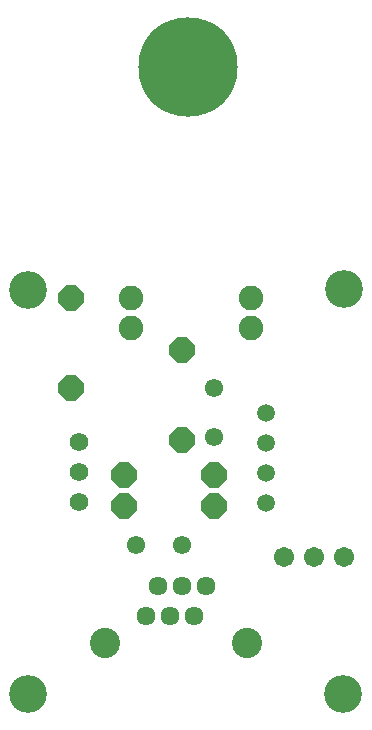
<source format=gbr>
G04 EAGLE Gerber X2 export*
%TF.Part,Single*%
%TF.FileFunction,Soldermask,Top,1*%
%TF.FilePolarity,Negative*%
%TF.GenerationSoftware,Autodesk,EAGLE,9.0.0*%
%TF.CreationDate,2019-08-27T11:30:24Z*%
G75*
%MOMM*%
%FSLAX34Y34*%
%LPD*%
%AMOC8*
5,1,8,0,0,1.08239X$1,22.5*%
G01*
%ADD10C,3.203200*%
%ADD11C,8.403200*%
%ADD12C,1.711200*%
%ADD13P,2.309387X8X202.500000*%
%ADD14P,2.309387X8X22.500000*%
%ADD15C,1.511200*%
%ADD16C,1.561200*%
%ADD17C,2.082800*%
%ADD18P,2.309387X8X112.500000*%
%ADD19P,2.309387X8X292.500000*%
%ADD20C,1.611200*%
%ADD21C,2.563200*%
%ADD22C,1.553200*%


D10*
X179070Y349250D03*
X179070Y7620D03*
X445770Y7620D03*
X447040Y350520D03*
D11*
X314960Y538480D03*
D12*
X396240Y123190D03*
X421640Y123190D03*
X447040Y123190D03*
D13*
X336550Y166370D03*
X260350Y166370D03*
D14*
X260350Y193040D03*
X336550Y193040D03*
D15*
X381000Y245110D03*
X381000Y219710D03*
X381000Y194310D03*
X381000Y168910D03*
D16*
X222250Y170180D03*
X222250Y195580D03*
X222250Y220980D03*
D17*
X266700Y342900D03*
X266700Y317500D03*
X368300Y317500D03*
X368300Y342900D03*
D18*
X309880Y222250D03*
X309880Y298450D03*
D19*
X215900Y342900D03*
X215900Y266700D03*
D20*
X330300Y99200D03*
X309900Y99200D03*
X289500Y99200D03*
X320100Y73800D03*
X299700Y73800D03*
X279300Y73800D03*
D21*
X244800Y50800D03*
X364800Y50800D03*
D22*
X270510Y133350D03*
X309880Y133350D03*
X336550Y266700D03*
X336550Y224790D03*
M02*

</source>
